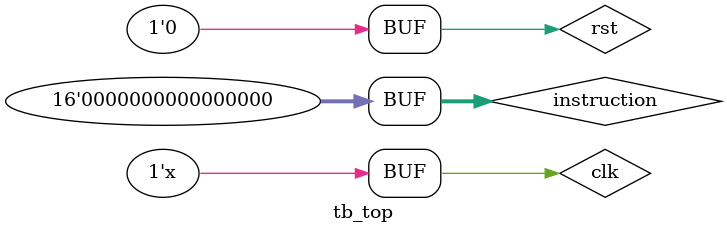
<source format=v>
`timescale 1ns / 1ps

module tb_top();
	reg clk, rst;
	reg [15:0] instruction;

	
	top uut(.clk(clk), .rst(rst), .instruction(instruction));
	
	initial begin
			
		clk = 0;
		rst = 0; #5;
		
		rst = 1; #10;
		rst = 0; #20;
		
		//Pre-existing values hardcoded into Registers
		//R[1] = 2
		//R[2] = 4
		//R[3] = 3
		
		// Value 
		instruction = 16'b0100000101000010; // Store R[1] = 2 into M[R[2]] = M[address 4]
		#120;
		instruction = 16'b0100010000000010; // Load M[R[2]] = M[address 4] = 2 into R[4]
		#120;
		instruction = 16'b0000001001010011; // Add R[2] = R[2] + R[3] = 4 + 3 = 7 (111)
		#120;
		instruction = 16'b0000001010010001; // Sub R[2] = R[2] - R[1] = 7 - 2 = 5 (101)
		#120;
		instruction = 16'b0000010111010010; // MOV R[2] into R[5] = 5 (101)
		#120;
		instruction = 16'b0000001100010010; // And R[3] = R[3] & R[2] = 3 & 5 = 1 (001)
		#120;
		instruction = 16'b0000000100100101; // Or R[1] = R[1] | R[5] = 2 | 5 = 7 (111)
		#120;
		instruction = 16'b0000001100110001; // Xor R[3] = R[3] ^ R[1] = 1 ^ 7 = 6 (110)
		#120;
		instruction = 16'b0000000110110011; // Cmp R[3] to R[1] = 6 cmp 7 --> L = 1, N = 1
		#120;
		instruction = 16'b0101001000000110; // Addi R[2] = R[2] + 6 = 5 + 6 = 11; (1011)
		#120;
		instruction = 16'b1001001000000101; // Subi R[2] = R[2] - 5 = 11 - 5 = 6; (110)
		#80;
		instruction = 16'b1101010100000100; // Movi 4 into R[5] = 4 (100) 
		#120;
		instruction = 16'b0001010100000100; // Andi R[5] = R[5] & 4 = 4 & 4 = 4 (100) 
		#120;
		instruction = 16'b0010001000000011; // Ori R[2] = R[2] | 3 = 6 | 3 = 2 (010)
		#120;
		instruction = 16'b0011001000000101; // Xori R[2] = R[2] ^ 5 = 2 ^ 5 = 7 (111)
		#120;
		instruction = 16'b1011001000000111; // Cmpi R[2] to 7 = 7 cmp 7 => Z = 1
		#120;
		instruction = 16'b0000000000000000; // End of File Instruction
		
		
	end
	
	always #10 clk = ~clk;
	
	
endmodule

</source>
